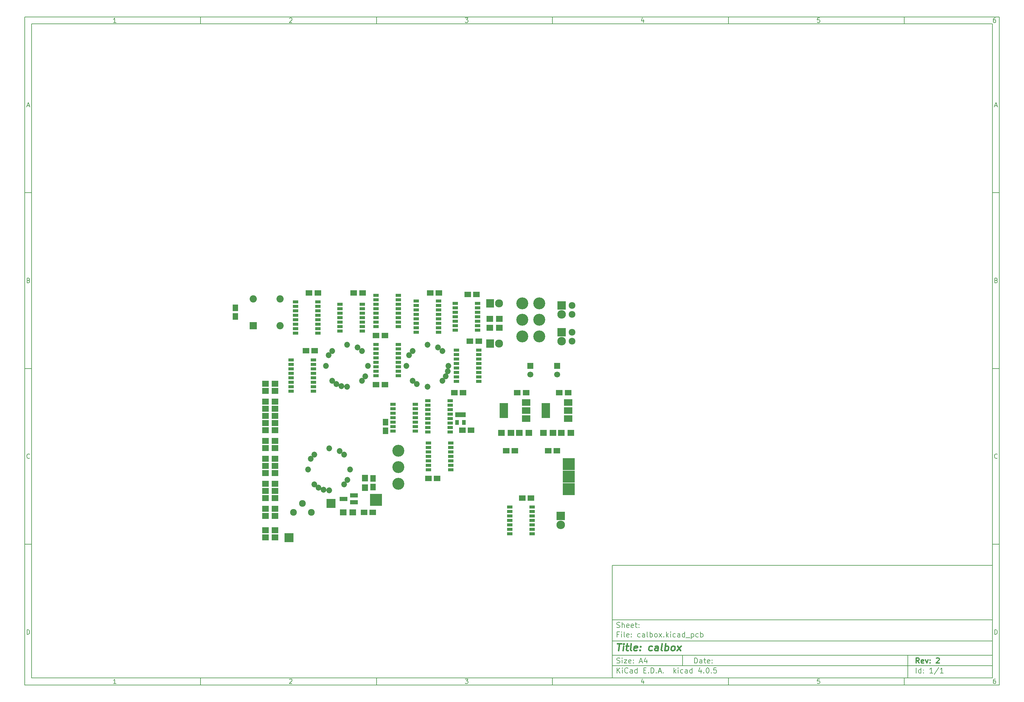
<source format=gbr>
G04 #@! TF.FileFunction,Soldermask,Top*
%FSLAX46Y46*%
G04 Gerber Fmt 4.6, Leading zero omitted, Abs format (unit mm)*
G04 Created by KiCad (PCBNEW 4.0.5) date Monday, May 22, 2017 'PMt' 09:48:53 PM*
%MOMM*%
%LPD*%
G01*
G04 APERTURE LIST*
%ADD10C,0.100000*%
%ADD11C,0.150000*%
%ADD12C,0.300000*%
%ADD13C,0.400000*%
%ADD14C,1.924000*%
%ADD15R,1.900000X1.700000*%
%ADD16R,3.400000X3.400000*%
%ADD17R,1.900000X1.650000*%
%ADD18C,1.700000*%
%ADD19R,1.700000X1.700000*%
%ADD20R,1.650000X1.900000*%
%ADD21R,2.635200X2.635200*%
%ADD22R,2.432000X2.432000*%
%ADD23O,2.432000X2.432000*%
%ADD24R,2.051000X2.051000*%
%ADD25C,2.051000*%
%ADD26R,2.400000X4.200000*%
%ADD27R,2.400000X1.900000*%
%ADD28R,1.543000X0.908000*%
%ADD29R,1.700000X1.900000*%
%ADD30R,2.300000X1.200000*%
%ADD31R,2.300000X2.400000*%
%ADD32C,2.300000*%
%ADD33O,1.670000X1.670000*%
%ADD34C,3.400000*%
%ADD35R,1.050000X1.460000*%
%ADD36O,1.924000X1.924000*%
G04 APERTURE END LIST*
D10*
D11*
X177002200Y-166007200D02*
X177002200Y-198007200D01*
X285002200Y-198007200D01*
X285002200Y-166007200D01*
X177002200Y-166007200D01*
D10*
D11*
X10000000Y-10000000D02*
X10000000Y-200007200D01*
X287002200Y-200007200D01*
X287002200Y-10000000D01*
X10000000Y-10000000D01*
D10*
D11*
X12000000Y-12000000D02*
X12000000Y-198007200D01*
X285002200Y-198007200D01*
X285002200Y-12000000D01*
X12000000Y-12000000D01*
D10*
D11*
X60000000Y-12000000D02*
X60000000Y-10000000D01*
D10*
D11*
X110000000Y-12000000D02*
X110000000Y-10000000D01*
D10*
D11*
X160000000Y-12000000D02*
X160000000Y-10000000D01*
D10*
D11*
X210000000Y-12000000D02*
X210000000Y-10000000D01*
D10*
D11*
X260000000Y-12000000D02*
X260000000Y-10000000D01*
D10*
D11*
X35990476Y-11588095D02*
X35247619Y-11588095D01*
X35619048Y-11588095D02*
X35619048Y-10288095D01*
X35495238Y-10473810D01*
X35371429Y-10597619D01*
X35247619Y-10659524D01*
D10*
D11*
X85247619Y-10411905D02*
X85309524Y-10350000D01*
X85433333Y-10288095D01*
X85742857Y-10288095D01*
X85866667Y-10350000D01*
X85928571Y-10411905D01*
X85990476Y-10535714D01*
X85990476Y-10659524D01*
X85928571Y-10845238D01*
X85185714Y-11588095D01*
X85990476Y-11588095D01*
D10*
D11*
X135185714Y-10288095D02*
X135990476Y-10288095D01*
X135557143Y-10783333D01*
X135742857Y-10783333D01*
X135866667Y-10845238D01*
X135928571Y-10907143D01*
X135990476Y-11030952D01*
X135990476Y-11340476D01*
X135928571Y-11464286D01*
X135866667Y-11526190D01*
X135742857Y-11588095D01*
X135371429Y-11588095D01*
X135247619Y-11526190D01*
X135185714Y-11464286D01*
D10*
D11*
X185866667Y-10721429D02*
X185866667Y-11588095D01*
X185557143Y-10226190D02*
X185247619Y-11154762D01*
X186052381Y-11154762D01*
D10*
D11*
X235928571Y-10288095D02*
X235309524Y-10288095D01*
X235247619Y-10907143D01*
X235309524Y-10845238D01*
X235433333Y-10783333D01*
X235742857Y-10783333D01*
X235866667Y-10845238D01*
X235928571Y-10907143D01*
X235990476Y-11030952D01*
X235990476Y-11340476D01*
X235928571Y-11464286D01*
X235866667Y-11526190D01*
X235742857Y-11588095D01*
X235433333Y-11588095D01*
X235309524Y-11526190D01*
X235247619Y-11464286D01*
D10*
D11*
X285866667Y-10288095D02*
X285619048Y-10288095D01*
X285495238Y-10350000D01*
X285433333Y-10411905D01*
X285309524Y-10597619D01*
X285247619Y-10845238D01*
X285247619Y-11340476D01*
X285309524Y-11464286D01*
X285371429Y-11526190D01*
X285495238Y-11588095D01*
X285742857Y-11588095D01*
X285866667Y-11526190D01*
X285928571Y-11464286D01*
X285990476Y-11340476D01*
X285990476Y-11030952D01*
X285928571Y-10907143D01*
X285866667Y-10845238D01*
X285742857Y-10783333D01*
X285495238Y-10783333D01*
X285371429Y-10845238D01*
X285309524Y-10907143D01*
X285247619Y-11030952D01*
D10*
D11*
X60000000Y-198007200D02*
X60000000Y-200007200D01*
D10*
D11*
X110000000Y-198007200D02*
X110000000Y-200007200D01*
D10*
D11*
X160000000Y-198007200D02*
X160000000Y-200007200D01*
D10*
D11*
X210000000Y-198007200D02*
X210000000Y-200007200D01*
D10*
D11*
X260000000Y-198007200D02*
X260000000Y-200007200D01*
D10*
D11*
X35990476Y-199595295D02*
X35247619Y-199595295D01*
X35619048Y-199595295D02*
X35619048Y-198295295D01*
X35495238Y-198481010D01*
X35371429Y-198604819D01*
X35247619Y-198666724D01*
D10*
D11*
X85247619Y-198419105D02*
X85309524Y-198357200D01*
X85433333Y-198295295D01*
X85742857Y-198295295D01*
X85866667Y-198357200D01*
X85928571Y-198419105D01*
X85990476Y-198542914D01*
X85990476Y-198666724D01*
X85928571Y-198852438D01*
X85185714Y-199595295D01*
X85990476Y-199595295D01*
D10*
D11*
X135185714Y-198295295D02*
X135990476Y-198295295D01*
X135557143Y-198790533D01*
X135742857Y-198790533D01*
X135866667Y-198852438D01*
X135928571Y-198914343D01*
X135990476Y-199038152D01*
X135990476Y-199347676D01*
X135928571Y-199471486D01*
X135866667Y-199533390D01*
X135742857Y-199595295D01*
X135371429Y-199595295D01*
X135247619Y-199533390D01*
X135185714Y-199471486D01*
D10*
D11*
X185866667Y-198728629D02*
X185866667Y-199595295D01*
X185557143Y-198233390D02*
X185247619Y-199161962D01*
X186052381Y-199161962D01*
D10*
D11*
X235928571Y-198295295D02*
X235309524Y-198295295D01*
X235247619Y-198914343D01*
X235309524Y-198852438D01*
X235433333Y-198790533D01*
X235742857Y-198790533D01*
X235866667Y-198852438D01*
X235928571Y-198914343D01*
X235990476Y-199038152D01*
X235990476Y-199347676D01*
X235928571Y-199471486D01*
X235866667Y-199533390D01*
X235742857Y-199595295D01*
X235433333Y-199595295D01*
X235309524Y-199533390D01*
X235247619Y-199471486D01*
D10*
D11*
X285866667Y-198295295D02*
X285619048Y-198295295D01*
X285495238Y-198357200D01*
X285433333Y-198419105D01*
X285309524Y-198604819D01*
X285247619Y-198852438D01*
X285247619Y-199347676D01*
X285309524Y-199471486D01*
X285371429Y-199533390D01*
X285495238Y-199595295D01*
X285742857Y-199595295D01*
X285866667Y-199533390D01*
X285928571Y-199471486D01*
X285990476Y-199347676D01*
X285990476Y-199038152D01*
X285928571Y-198914343D01*
X285866667Y-198852438D01*
X285742857Y-198790533D01*
X285495238Y-198790533D01*
X285371429Y-198852438D01*
X285309524Y-198914343D01*
X285247619Y-199038152D01*
D10*
D11*
X10000000Y-60000000D02*
X12000000Y-60000000D01*
D10*
D11*
X10000000Y-110000000D02*
X12000000Y-110000000D01*
D10*
D11*
X10000000Y-160000000D02*
X12000000Y-160000000D01*
D10*
D11*
X10690476Y-35216667D02*
X11309524Y-35216667D01*
X10566667Y-35588095D02*
X11000000Y-34288095D01*
X11433333Y-35588095D01*
D10*
D11*
X11092857Y-84907143D02*
X11278571Y-84969048D01*
X11340476Y-85030952D01*
X11402381Y-85154762D01*
X11402381Y-85340476D01*
X11340476Y-85464286D01*
X11278571Y-85526190D01*
X11154762Y-85588095D01*
X10659524Y-85588095D01*
X10659524Y-84288095D01*
X11092857Y-84288095D01*
X11216667Y-84350000D01*
X11278571Y-84411905D01*
X11340476Y-84535714D01*
X11340476Y-84659524D01*
X11278571Y-84783333D01*
X11216667Y-84845238D01*
X11092857Y-84907143D01*
X10659524Y-84907143D01*
D10*
D11*
X11402381Y-135464286D02*
X11340476Y-135526190D01*
X11154762Y-135588095D01*
X11030952Y-135588095D01*
X10845238Y-135526190D01*
X10721429Y-135402381D01*
X10659524Y-135278571D01*
X10597619Y-135030952D01*
X10597619Y-134845238D01*
X10659524Y-134597619D01*
X10721429Y-134473810D01*
X10845238Y-134350000D01*
X11030952Y-134288095D01*
X11154762Y-134288095D01*
X11340476Y-134350000D01*
X11402381Y-134411905D01*
D10*
D11*
X10659524Y-185588095D02*
X10659524Y-184288095D01*
X10969048Y-184288095D01*
X11154762Y-184350000D01*
X11278571Y-184473810D01*
X11340476Y-184597619D01*
X11402381Y-184845238D01*
X11402381Y-185030952D01*
X11340476Y-185278571D01*
X11278571Y-185402381D01*
X11154762Y-185526190D01*
X10969048Y-185588095D01*
X10659524Y-185588095D01*
D10*
D11*
X287002200Y-60000000D02*
X285002200Y-60000000D01*
D10*
D11*
X287002200Y-110000000D02*
X285002200Y-110000000D01*
D10*
D11*
X287002200Y-160000000D02*
X285002200Y-160000000D01*
D10*
D11*
X285692676Y-35216667D02*
X286311724Y-35216667D01*
X285568867Y-35588095D02*
X286002200Y-34288095D01*
X286435533Y-35588095D01*
D10*
D11*
X286095057Y-84907143D02*
X286280771Y-84969048D01*
X286342676Y-85030952D01*
X286404581Y-85154762D01*
X286404581Y-85340476D01*
X286342676Y-85464286D01*
X286280771Y-85526190D01*
X286156962Y-85588095D01*
X285661724Y-85588095D01*
X285661724Y-84288095D01*
X286095057Y-84288095D01*
X286218867Y-84350000D01*
X286280771Y-84411905D01*
X286342676Y-84535714D01*
X286342676Y-84659524D01*
X286280771Y-84783333D01*
X286218867Y-84845238D01*
X286095057Y-84907143D01*
X285661724Y-84907143D01*
D10*
D11*
X286404581Y-135464286D02*
X286342676Y-135526190D01*
X286156962Y-135588095D01*
X286033152Y-135588095D01*
X285847438Y-135526190D01*
X285723629Y-135402381D01*
X285661724Y-135278571D01*
X285599819Y-135030952D01*
X285599819Y-134845238D01*
X285661724Y-134597619D01*
X285723629Y-134473810D01*
X285847438Y-134350000D01*
X286033152Y-134288095D01*
X286156962Y-134288095D01*
X286342676Y-134350000D01*
X286404581Y-134411905D01*
D10*
D11*
X285661724Y-185588095D02*
X285661724Y-184288095D01*
X285971248Y-184288095D01*
X286156962Y-184350000D01*
X286280771Y-184473810D01*
X286342676Y-184597619D01*
X286404581Y-184845238D01*
X286404581Y-185030952D01*
X286342676Y-185278571D01*
X286280771Y-185402381D01*
X286156962Y-185526190D01*
X285971248Y-185588095D01*
X285661724Y-185588095D01*
D10*
D11*
X200359343Y-193785771D02*
X200359343Y-192285771D01*
X200716486Y-192285771D01*
X200930771Y-192357200D01*
X201073629Y-192500057D01*
X201145057Y-192642914D01*
X201216486Y-192928629D01*
X201216486Y-193142914D01*
X201145057Y-193428629D01*
X201073629Y-193571486D01*
X200930771Y-193714343D01*
X200716486Y-193785771D01*
X200359343Y-193785771D01*
X202502200Y-193785771D02*
X202502200Y-193000057D01*
X202430771Y-192857200D01*
X202287914Y-192785771D01*
X202002200Y-192785771D01*
X201859343Y-192857200D01*
X202502200Y-193714343D02*
X202359343Y-193785771D01*
X202002200Y-193785771D01*
X201859343Y-193714343D01*
X201787914Y-193571486D01*
X201787914Y-193428629D01*
X201859343Y-193285771D01*
X202002200Y-193214343D01*
X202359343Y-193214343D01*
X202502200Y-193142914D01*
X203002200Y-192785771D02*
X203573629Y-192785771D01*
X203216486Y-192285771D02*
X203216486Y-193571486D01*
X203287914Y-193714343D01*
X203430772Y-193785771D01*
X203573629Y-193785771D01*
X204645057Y-193714343D02*
X204502200Y-193785771D01*
X204216486Y-193785771D01*
X204073629Y-193714343D01*
X204002200Y-193571486D01*
X204002200Y-193000057D01*
X204073629Y-192857200D01*
X204216486Y-192785771D01*
X204502200Y-192785771D01*
X204645057Y-192857200D01*
X204716486Y-193000057D01*
X204716486Y-193142914D01*
X204002200Y-193285771D01*
X205359343Y-193642914D02*
X205430771Y-193714343D01*
X205359343Y-193785771D01*
X205287914Y-193714343D01*
X205359343Y-193642914D01*
X205359343Y-193785771D01*
X205359343Y-192857200D02*
X205430771Y-192928629D01*
X205359343Y-193000057D01*
X205287914Y-192928629D01*
X205359343Y-192857200D01*
X205359343Y-193000057D01*
D10*
D11*
X177002200Y-194507200D02*
X285002200Y-194507200D01*
D10*
D11*
X178359343Y-196585771D02*
X178359343Y-195085771D01*
X179216486Y-196585771D02*
X178573629Y-195728629D01*
X179216486Y-195085771D02*
X178359343Y-195942914D01*
X179859343Y-196585771D02*
X179859343Y-195585771D01*
X179859343Y-195085771D02*
X179787914Y-195157200D01*
X179859343Y-195228629D01*
X179930771Y-195157200D01*
X179859343Y-195085771D01*
X179859343Y-195228629D01*
X181430772Y-196442914D02*
X181359343Y-196514343D01*
X181145057Y-196585771D01*
X181002200Y-196585771D01*
X180787915Y-196514343D01*
X180645057Y-196371486D01*
X180573629Y-196228629D01*
X180502200Y-195942914D01*
X180502200Y-195728629D01*
X180573629Y-195442914D01*
X180645057Y-195300057D01*
X180787915Y-195157200D01*
X181002200Y-195085771D01*
X181145057Y-195085771D01*
X181359343Y-195157200D01*
X181430772Y-195228629D01*
X182716486Y-196585771D02*
X182716486Y-195800057D01*
X182645057Y-195657200D01*
X182502200Y-195585771D01*
X182216486Y-195585771D01*
X182073629Y-195657200D01*
X182716486Y-196514343D02*
X182573629Y-196585771D01*
X182216486Y-196585771D01*
X182073629Y-196514343D01*
X182002200Y-196371486D01*
X182002200Y-196228629D01*
X182073629Y-196085771D01*
X182216486Y-196014343D01*
X182573629Y-196014343D01*
X182716486Y-195942914D01*
X184073629Y-196585771D02*
X184073629Y-195085771D01*
X184073629Y-196514343D02*
X183930772Y-196585771D01*
X183645058Y-196585771D01*
X183502200Y-196514343D01*
X183430772Y-196442914D01*
X183359343Y-196300057D01*
X183359343Y-195871486D01*
X183430772Y-195728629D01*
X183502200Y-195657200D01*
X183645058Y-195585771D01*
X183930772Y-195585771D01*
X184073629Y-195657200D01*
X185930772Y-195800057D02*
X186430772Y-195800057D01*
X186645058Y-196585771D02*
X185930772Y-196585771D01*
X185930772Y-195085771D01*
X186645058Y-195085771D01*
X187287915Y-196442914D02*
X187359343Y-196514343D01*
X187287915Y-196585771D01*
X187216486Y-196514343D01*
X187287915Y-196442914D01*
X187287915Y-196585771D01*
X188002201Y-196585771D02*
X188002201Y-195085771D01*
X188359344Y-195085771D01*
X188573629Y-195157200D01*
X188716487Y-195300057D01*
X188787915Y-195442914D01*
X188859344Y-195728629D01*
X188859344Y-195942914D01*
X188787915Y-196228629D01*
X188716487Y-196371486D01*
X188573629Y-196514343D01*
X188359344Y-196585771D01*
X188002201Y-196585771D01*
X189502201Y-196442914D02*
X189573629Y-196514343D01*
X189502201Y-196585771D01*
X189430772Y-196514343D01*
X189502201Y-196442914D01*
X189502201Y-196585771D01*
X190145058Y-196157200D02*
X190859344Y-196157200D01*
X190002201Y-196585771D02*
X190502201Y-195085771D01*
X191002201Y-196585771D01*
X191502201Y-196442914D02*
X191573629Y-196514343D01*
X191502201Y-196585771D01*
X191430772Y-196514343D01*
X191502201Y-196442914D01*
X191502201Y-196585771D01*
X194502201Y-196585771D02*
X194502201Y-195085771D01*
X194645058Y-196014343D02*
X195073629Y-196585771D01*
X195073629Y-195585771D02*
X194502201Y-196157200D01*
X195716487Y-196585771D02*
X195716487Y-195585771D01*
X195716487Y-195085771D02*
X195645058Y-195157200D01*
X195716487Y-195228629D01*
X195787915Y-195157200D01*
X195716487Y-195085771D01*
X195716487Y-195228629D01*
X197073630Y-196514343D02*
X196930773Y-196585771D01*
X196645059Y-196585771D01*
X196502201Y-196514343D01*
X196430773Y-196442914D01*
X196359344Y-196300057D01*
X196359344Y-195871486D01*
X196430773Y-195728629D01*
X196502201Y-195657200D01*
X196645059Y-195585771D01*
X196930773Y-195585771D01*
X197073630Y-195657200D01*
X198359344Y-196585771D02*
X198359344Y-195800057D01*
X198287915Y-195657200D01*
X198145058Y-195585771D01*
X197859344Y-195585771D01*
X197716487Y-195657200D01*
X198359344Y-196514343D02*
X198216487Y-196585771D01*
X197859344Y-196585771D01*
X197716487Y-196514343D01*
X197645058Y-196371486D01*
X197645058Y-196228629D01*
X197716487Y-196085771D01*
X197859344Y-196014343D01*
X198216487Y-196014343D01*
X198359344Y-195942914D01*
X199716487Y-196585771D02*
X199716487Y-195085771D01*
X199716487Y-196514343D02*
X199573630Y-196585771D01*
X199287916Y-196585771D01*
X199145058Y-196514343D01*
X199073630Y-196442914D01*
X199002201Y-196300057D01*
X199002201Y-195871486D01*
X199073630Y-195728629D01*
X199145058Y-195657200D01*
X199287916Y-195585771D01*
X199573630Y-195585771D01*
X199716487Y-195657200D01*
X202216487Y-195585771D02*
X202216487Y-196585771D01*
X201859344Y-195014343D02*
X201502201Y-196085771D01*
X202430773Y-196085771D01*
X203002201Y-196442914D02*
X203073629Y-196514343D01*
X203002201Y-196585771D01*
X202930772Y-196514343D01*
X203002201Y-196442914D01*
X203002201Y-196585771D01*
X204002201Y-195085771D02*
X204145058Y-195085771D01*
X204287915Y-195157200D01*
X204359344Y-195228629D01*
X204430773Y-195371486D01*
X204502201Y-195657200D01*
X204502201Y-196014343D01*
X204430773Y-196300057D01*
X204359344Y-196442914D01*
X204287915Y-196514343D01*
X204145058Y-196585771D01*
X204002201Y-196585771D01*
X203859344Y-196514343D01*
X203787915Y-196442914D01*
X203716487Y-196300057D01*
X203645058Y-196014343D01*
X203645058Y-195657200D01*
X203716487Y-195371486D01*
X203787915Y-195228629D01*
X203859344Y-195157200D01*
X204002201Y-195085771D01*
X205145058Y-196442914D02*
X205216486Y-196514343D01*
X205145058Y-196585771D01*
X205073629Y-196514343D01*
X205145058Y-196442914D01*
X205145058Y-196585771D01*
X206573630Y-195085771D02*
X205859344Y-195085771D01*
X205787915Y-195800057D01*
X205859344Y-195728629D01*
X206002201Y-195657200D01*
X206359344Y-195657200D01*
X206502201Y-195728629D01*
X206573630Y-195800057D01*
X206645058Y-195942914D01*
X206645058Y-196300057D01*
X206573630Y-196442914D01*
X206502201Y-196514343D01*
X206359344Y-196585771D01*
X206002201Y-196585771D01*
X205859344Y-196514343D01*
X205787915Y-196442914D01*
D10*
D11*
X177002200Y-191507200D02*
X285002200Y-191507200D01*
D10*
D12*
X264216486Y-193785771D02*
X263716486Y-193071486D01*
X263359343Y-193785771D02*
X263359343Y-192285771D01*
X263930771Y-192285771D01*
X264073629Y-192357200D01*
X264145057Y-192428629D01*
X264216486Y-192571486D01*
X264216486Y-192785771D01*
X264145057Y-192928629D01*
X264073629Y-193000057D01*
X263930771Y-193071486D01*
X263359343Y-193071486D01*
X265430771Y-193714343D02*
X265287914Y-193785771D01*
X265002200Y-193785771D01*
X264859343Y-193714343D01*
X264787914Y-193571486D01*
X264787914Y-193000057D01*
X264859343Y-192857200D01*
X265002200Y-192785771D01*
X265287914Y-192785771D01*
X265430771Y-192857200D01*
X265502200Y-193000057D01*
X265502200Y-193142914D01*
X264787914Y-193285771D01*
X266002200Y-192785771D02*
X266359343Y-193785771D01*
X266716485Y-192785771D01*
X267287914Y-193642914D02*
X267359342Y-193714343D01*
X267287914Y-193785771D01*
X267216485Y-193714343D01*
X267287914Y-193642914D01*
X267287914Y-193785771D01*
X267287914Y-192857200D02*
X267359342Y-192928629D01*
X267287914Y-193000057D01*
X267216485Y-192928629D01*
X267287914Y-192857200D01*
X267287914Y-193000057D01*
X269073628Y-192428629D02*
X269145057Y-192357200D01*
X269287914Y-192285771D01*
X269645057Y-192285771D01*
X269787914Y-192357200D01*
X269859343Y-192428629D01*
X269930771Y-192571486D01*
X269930771Y-192714343D01*
X269859343Y-192928629D01*
X269002200Y-193785771D01*
X269930771Y-193785771D01*
D10*
D11*
X178287914Y-193714343D02*
X178502200Y-193785771D01*
X178859343Y-193785771D01*
X179002200Y-193714343D01*
X179073629Y-193642914D01*
X179145057Y-193500057D01*
X179145057Y-193357200D01*
X179073629Y-193214343D01*
X179002200Y-193142914D01*
X178859343Y-193071486D01*
X178573629Y-193000057D01*
X178430771Y-192928629D01*
X178359343Y-192857200D01*
X178287914Y-192714343D01*
X178287914Y-192571486D01*
X178359343Y-192428629D01*
X178430771Y-192357200D01*
X178573629Y-192285771D01*
X178930771Y-192285771D01*
X179145057Y-192357200D01*
X179787914Y-193785771D02*
X179787914Y-192785771D01*
X179787914Y-192285771D02*
X179716485Y-192357200D01*
X179787914Y-192428629D01*
X179859342Y-192357200D01*
X179787914Y-192285771D01*
X179787914Y-192428629D01*
X180359343Y-192785771D02*
X181145057Y-192785771D01*
X180359343Y-193785771D01*
X181145057Y-193785771D01*
X182287914Y-193714343D02*
X182145057Y-193785771D01*
X181859343Y-193785771D01*
X181716486Y-193714343D01*
X181645057Y-193571486D01*
X181645057Y-193000057D01*
X181716486Y-192857200D01*
X181859343Y-192785771D01*
X182145057Y-192785771D01*
X182287914Y-192857200D01*
X182359343Y-193000057D01*
X182359343Y-193142914D01*
X181645057Y-193285771D01*
X183002200Y-193642914D02*
X183073628Y-193714343D01*
X183002200Y-193785771D01*
X182930771Y-193714343D01*
X183002200Y-193642914D01*
X183002200Y-193785771D01*
X183002200Y-192857200D02*
X183073628Y-192928629D01*
X183002200Y-193000057D01*
X182930771Y-192928629D01*
X183002200Y-192857200D01*
X183002200Y-193000057D01*
X184787914Y-193357200D02*
X185502200Y-193357200D01*
X184645057Y-193785771D02*
X185145057Y-192285771D01*
X185645057Y-193785771D01*
X186787914Y-192785771D02*
X186787914Y-193785771D01*
X186430771Y-192214343D02*
X186073628Y-193285771D01*
X187002200Y-193285771D01*
D10*
D11*
X263359343Y-196585771D02*
X263359343Y-195085771D01*
X264716486Y-196585771D02*
X264716486Y-195085771D01*
X264716486Y-196514343D02*
X264573629Y-196585771D01*
X264287915Y-196585771D01*
X264145057Y-196514343D01*
X264073629Y-196442914D01*
X264002200Y-196300057D01*
X264002200Y-195871486D01*
X264073629Y-195728629D01*
X264145057Y-195657200D01*
X264287915Y-195585771D01*
X264573629Y-195585771D01*
X264716486Y-195657200D01*
X265430772Y-196442914D02*
X265502200Y-196514343D01*
X265430772Y-196585771D01*
X265359343Y-196514343D01*
X265430772Y-196442914D01*
X265430772Y-196585771D01*
X265430772Y-195657200D02*
X265502200Y-195728629D01*
X265430772Y-195800057D01*
X265359343Y-195728629D01*
X265430772Y-195657200D01*
X265430772Y-195800057D01*
X268073629Y-196585771D02*
X267216486Y-196585771D01*
X267645058Y-196585771D02*
X267645058Y-195085771D01*
X267502201Y-195300057D01*
X267359343Y-195442914D01*
X267216486Y-195514343D01*
X269787914Y-195014343D02*
X268502200Y-196942914D01*
X271073629Y-196585771D02*
X270216486Y-196585771D01*
X270645058Y-196585771D02*
X270645058Y-195085771D01*
X270502201Y-195300057D01*
X270359343Y-195442914D01*
X270216486Y-195514343D01*
D10*
D11*
X177002200Y-187507200D02*
X285002200Y-187507200D01*
D10*
D13*
X178454581Y-188211962D02*
X179597438Y-188211962D01*
X178776010Y-190211962D02*
X179026010Y-188211962D01*
X180014105Y-190211962D02*
X180180771Y-188878629D01*
X180264105Y-188211962D02*
X180156962Y-188307200D01*
X180240295Y-188402438D01*
X180347439Y-188307200D01*
X180264105Y-188211962D01*
X180240295Y-188402438D01*
X180847438Y-188878629D02*
X181609343Y-188878629D01*
X181216486Y-188211962D02*
X181002200Y-189926248D01*
X181073630Y-190116724D01*
X181252201Y-190211962D01*
X181442677Y-190211962D01*
X182395058Y-190211962D02*
X182216487Y-190116724D01*
X182145057Y-189926248D01*
X182359343Y-188211962D01*
X183930772Y-190116724D02*
X183728391Y-190211962D01*
X183347439Y-190211962D01*
X183168867Y-190116724D01*
X183097438Y-189926248D01*
X183192676Y-189164343D01*
X183311724Y-188973867D01*
X183514105Y-188878629D01*
X183895057Y-188878629D01*
X184073629Y-188973867D01*
X184145057Y-189164343D01*
X184121248Y-189354819D01*
X183145057Y-189545295D01*
X184895057Y-190021486D02*
X184978392Y-190116724D01*
X184871248Y-190211962D01*
X184787915Y-190116724D01*
X184895057Y-190021486D01*
X184871248Y-190211962D01*
X185026010Y-188973867D02*
X185109344Y-189069105D01*
X185002200Y-189164343D01*
X184918867Y-189069105D01*
X185026010Y-188973867D01*
X185002200Y-189164343D01*
X188216487Y-190116724D02*
X188014106Y-190211962D01*
X187633154Y-190211962D01*
X187454583Y-190116724D01*
X187371248Y-190021486D01*
X187299820Y-189831010D01*
X187371248Y-189259581D01*
X187490296Y-189069105D01*
X187597440Y-188973867D01*
X187799820Y-188878629D01*
X188180772Y-188878629D01*
X188359344Y-188973867D01*
X189918868Y-190211962D02*
X190049820Y-189164343D01*
X189978392Y-188973867D01*
X189799820Y-188878629D01*
X189418868Y-188878629D01*
X189216487Y-188973867D01*
X189930773Y-190116724D02*
X189728392Y-190211962D01*
X189252202Y-190211962D01*
X189073630Y-190116724D01*
X189002201Y-189926248D01*
X189026011Y-189735771D01*
X189145058Y-189545295D01*
X189347440Y-189450057D01*
X189823630Y-189450057D01*
X190026011Y-189354819D01*
X191156964Y-190211962D02*
X190978393Y-190116724D01*
X190906963Y-189926248D01*
X191121249Y-188211962D01*
X191918868Y-190211962D02*
X192168868Y-188211962D01*
X192073630Y-188973867D02*
X192276011Y-188878629D01*
X192656963Y-188878629D01*
X192835535Y-188973867D01*
X192918868Y-189069105D01*
X192990296Y-189259581D01*
X192918868Y-189831010D01*
X192799820Y-190021486D01*
X192692678Y-190116724D01*
X192490297Y-190211962D01*
X192109345Y-190211962D01*
X191930773Y-190116724D01*
X194014107Y-190211962D02*
X193835536Y-190116724D01*
X193752201Y-190021486D01*
X193680773Y-189831010D01*
X193752201Y-189259581D01*
X193871249Y-189069105D01*
X193978393Y-188973867D01*
X194180773Y-188878629D01*
X194466487Y-188878629D01*
X194645059Y-188973867D01*
X194728392Y-189069105D01*
X194799820Y-189259581D01*
X194728392Y-189831010D01*
X194609344Y-190021486D01*
X194502202Y-190116724D01*
X194299821Y-190211962D01*
X194014107Y-190211962D01*
X195347440Y-190211962D02*
X196561725Y-188878629D01*
X195514106Y-188878629D02*
X196395059Y-190211962D01*
D10*
D11*
X178859343Y-185600057D02*
X178359343Y-185600057D01*
X178359343Y-186385771D02*
X178359343Y-184885771D01*
X179073629Y-184885771D01*
X179645057Y-186385771D02*
X179645057Y-185385771D01*
X179645057Y-184885771D02*
X179573628Y-184957200D01*
X179645057Y-185028629D01*
X179716485Y-184957200D01*
X179645057Y-184885771D01*
X179645057Y-185028629D01*
X180573629Y-186385771D02*
X180430771Y-186314343D01*
X180359343Y-186171486D01*
X180359343Y-184885771D01*
X181716485Y-186314343D02*
X181573628Y-186385771D01*
X181287914Y-186385771D01*
X181145057Y-186314343D01*
X181073628Y-186171486D01*
X181073628Y-185600057D01*
X181145057Y-185457200D01*
X181287914Y-185385771D01*
X181573628Y-185385771D01*
X181716485Y-185457200D01*
X181787914Y-185600057D01*
X181787914Y-185742914D01*
X181073628Y-185885771D01*
X182430771Y-186242914D02*
X182502199Y-186314343D01*
X182430771Y-186385771D01*
X182359342Y-186314343D01*
X182430771Y-186242914D01*
X182430771Y-186385771D01*
X182430771Y-185457200D02*
X182502199Y-185528629D01*
X182430771Y-185600057D01*
X182359342Y-185528629D01*
X182430771Y-185457200D01*
X182430771Y-185600057D01*
X184930771Y-186314343D02*
X184787914Y-186385771D01*
X184502200Y-186385771D01*
X184359342Y-186314343D01*
X184287914Y-186242914D01*
X184216485Y-186100057D01*
X184216485Y-185671486D01*
X184287914Y-185528629D01*
X184359342Y-185457200D01*
X184502200Y-185385771D01*
X184787914Y-185385771D01*
X184930771Y-185457200D01*
X186216485Y-186385771D02*
X186216485Y-185600057D01*
X186145056Y-185457200D01*
X186002199Y-185385771D01*
X185716485Y-185385771D01*
X185573628Y-185457200D01*
X186216485Y-186314343D02*
X186073628Y-186385771D01*
X185716485Y-186385771D01*
X185573628Y-186314343D01*
X185502199Y-186171486D01*
X185502199Y-186028629D01*
X185573628Y-185885771D01*
X185716485Y-185814343D01*
X186073628Y-185814343D01*
X186216485Y-185742914D01*
X187145057Y-186385771D02*
X187002199Y-186314343D01*
X186930771Y-186171486D01*
X186930771Y-184885771D01*
X187716485Y-186385771D02*
X187716485Y-184885771D01*
X187716485Y-185457200D02*
X187859342Y-185385771D01*
X188145056Y-185385771D01*
X188287913Y-185457200D01*
X188359342Y-185528629D01*
X188430771Y-185671486D01*
X188430771Y-186100057D01*
X188359342Y-186242914D01*
X188287913Y-186314343D01*
X188145056Y-186385771D01*
X187859342Y-186385771D01*
X187716485Y-186314343D01*
X189287914Y-186385771D02*
X189145056Y-186314343D01*
X189073628Y-186242914D01*
X189002199Y-186100057D01*
X189002199Y-185671486D01*
X189073628Y-185528629D01*
X189145056Y-185457200D01*
X189287914Y-185385771D01*
X189502199Y-185385771D01*
X189645056Y-185457200D01*
X189716485Y-185528629D01*
X189787914Y-185671486D01*
X189787914Y-186100057D01*
X189716485Y-186242914D01*
X189645056Y-186314343D01*
X189502199Y-186385771D01*
X189287914Y-186385771D01*
X190287914Y-186385771D02*
X191073628Y-185385771D01*
X190287914Y-185385771D02*
X191073628Y-186385771D01*
X191645057Y-186242914D02*
X191716485Y-186314343D01*
X191645057Y-186385771D01*
X191573628Y-186314343D01*
X191645057Y-186242914D01*
X191645057Y-186385771D01*
X192359343Y-186385771D02*
X192359343Y-184885771D01*
X192502200Y-185814343D02*
X192930771Y-186385771D01*
X192930771Y-185385771D02*
X192359343Y-185957200D01*
X193573629Y-186385771D02*
X193573629Y-185385771D01*
X193573629Y-184885771D02*
X193502200Y-184957200D01*
X193573629Y-185028629D01*
X193645057Y-184957200D01*
X193573629Y-184885771D01*
X193573629Y-185028629D01*
X194930772Y-186314343D02*
X194787915Y-186385771D01*
X194502201Y-186385771D01*
X194359343Y-186314343D01*
X194287915Y-186242914D01*
X194216486Y-186100057D01*
X194216486Y-185671486D01*
X194287915Y-185528629D01*
X194359343Y-185457200D01*
X194502201Y-185385771D01*
X194787915Y-185385771D01*
X194930772Y-185457200D01*
X196216486Y-186385771D02*
X196216486Y-185600057D01*
X196145057Y-185457200D01*
X196002200Y-185385771D01*
X195716486Y-185385771D01*
X195573629Y-185457200D01*
X196216486Y-186314343D02*
X196073629Y-186385771D01*
X195716486Y-186385771D01*
X195573629Y-186314343D01*
X195502200Y-186171486D01*
X195502200Y-186028629D01*
X195573629Y-185885771D01*
X195716486Y-185814343D01*
X196073629Y-185814343D01*
X196216486Y-185742914D01*
X197573629Y-186385771D02*
X197573629Y-184885771D01*
X197573629Y-186314343D02*
X197430772Y-186385771D01*
X197145058Y-186385771D01*
X197002200Y-186314343D01*
X196930772Y-186242914D01*
X196859343Y-186100057D01*
X196859343Y-185671486D01*
X196930772Y-185528629D01*
X197002200Y-185457200D01*
X197145058Y-185385771D01*
X197430772Y-185385771D01*
X197573629Y-185457200D01*
X197930772Y-186528629D02*
X199073629Y-186528629D01*
X199430772Y-185385771D02*
X199430772Y-186885771D01*
X199430772Y-185457200D02*
X199573629Y-185385771D01*
X199859343Y-185385771D01*
X200002200Y-185457200D01*
X200073629Y-185528629D01*
X200145058Y-185671486D01*
X200145058Y-186100057D01*
X200073629Y-186242914D01*
X200002200Y-186314343D01*
X199859343Y-186385771D01*
X199573629Y-186385771D01*
X199430772Y-186314343D01*
X201430772Y-186314343D02*
X201287915Y-186385771D01*
X201002201Y-186385771D01*
X200859343Y-186314343D01*
X200787915Y-186242914D01*
X200716486Y-186100057D01*
X200716486Y-185671486D01*
X200787915Y-185528629D01*
X200859343Y-185457200D01*
X201002201Y-185385771D01*
X201287915Y-185385771D01*
X201430772Y-185457200D01*
X202073629Y-186385771D02*
X202073629Y-184885771D01*
X202073629Y-185457200D02*
X202216486Y-185385771D01*
X202502200Y-185385771D01*
X202645057Y-185457200D01*
X202716486Y-185528629D01*
X202787915Y-185671486D01*
X202787915Y-186100057D01*
X202716486Y-186242914D01*
X202645057Y-186314343D01*
X202502200Y-186385771D01*
X202216486Y-186385771D01*
X202073629Y-186314343D01*
D10*
D11*
X177002200Y-181507200D02*
X285002200Y-181507200D01*
D10*
D11*
X178287914Y-183614343D02*
X178502200Y-183685771D01*
X178859343Y-183685771D01*
X179002200Y-183614343D01*
X179073629Y-183542914D01*
X179145057Y-183400057D01*
X179145057Y-183257200D01*
X179073629Y-183114343D01*
X179002200Y-183042914D01*
X178859343Y-182971486D01*
X178573629Y-182900057D01*
X178430771Y-182828629D01*
X178359343Y-182757200D01*
X178287914Y-182614343D01*
X178287914Y-182471486D01*
X178359343Y-182328629D01*
X178430771Y-182257200D01*
X178573629Y-182185771D01*
X178930771Y-182185771D01*
X179145057Y-182257200D01*
X179787914Y-183685771D02*
X179787914Y-182185771D01*
X180430771Y-183685771D02*
X180430771Y-182900057D01*
X180359342Y-182757200D01*
X180216485Y-182685771D01*
X180002200Y-182685771D01*
X179859342Y-182757200D01*
X179787914Y-182828629D01*
X181716485Y-183614343D02*
X181573628Y-183685771D01*
X181287914Y-183685771D01*
X181145057Y-183614343D01*
X181073628Y-183471486D01*
X181073628Y-182900057D01*
X181145057Y-182757200D01*
X181287914Y-182685771D01*
X181573628Y-182685771D01*
X181716485Y-182757200D01*
X181787914Y-182900057D01*
X181787914Y-183042914D01*
X181073628Y-183185771D01*
X183002199Y-183614343D02*
X182859342Y-183685771D01*
X182573628Y-183685771D01*
X182430771Y-183614343D01*
X182359342Y-183471486D01*
X182359342Y-182900057D01*
X182430771Y-182757200D01*
X182573628Y-182685771D01*
X182859342Y-182685771D01*
X183002199Y-182757200D01*
X183073628Y-182900057D01*
X183073628Y-183042914D01*
X182359342Y-183185771D01*
X183502199Y-182685771D02*
X184073628Y-182685771D01*
X183716485Y-182185771D02*
X183716485Y-183471486D01*
X183787913Y-183614343D01*
X183930771Y-183685771D01*
X184073628Y-183685771D01*
X184573628Y-183542914D02*
X184645056Y-183614343D01*
X184573628Y-183685771D01*
X184502199Y-183614343D01*
X184573628Y-183542914D01*
X184573628Y-183685771D01*
X184573628Y-182757200D02*
X184645056Y-182828629D01*
X184573628Y-182900057D01*
X184502199Y-182828629D01*
X184573628Y-182757200D01*
X184573628Y-182900057D01*
D10*
D11*
X197002200Y-191507200D02*
X197002200Y-194507200D01*
D10*
D11*
X261002200Y-191507200D02*
X261002200Y-198007200D01*
D14*
X91440000Y-150876000D03*
X88900000Y-148336000D03*
X86360000Y-150876000D03*
D15*
X78406000Y-116332000D03*
X81106000Y-116332000D03*
X81106000Y-119380000D03*
X78406000Y-119380000D03*
X78406000Y-121412000D03*
X81106000Y-121412000D03*
X78406000Y-127508000D03*
X81106000Y-127508000D03*
X81106000Y-137668000D03*
X78406000Y-137668000D03*
X78406000Y-146812000D03*
X81106000Y-146812000D03*
X81106000Y-157988000D03*
X78406000Y-157988000D03*
D16*
X164592000Y-140716000D03*
X164592000Y-137160000D03*
X164592000Y-144272000D03*
X109855000Y-147320000D03*
D17*
X106446000Y-150876000D03*
X108946000Y-150876000D03*
D18*
X161290000Y-111720000D03*
D19*
X161290000Y-109220000D03*
D20*
X69850000Y-92730000D03*
X69850000Y-95230000D03*
D17*
X146832000Y-133350000D03*
X149332000Y-133350000D03*
X158770000Y-133350000D03*
X161270000Y-133350000D03*
X152507000Y-116840000D03*
X150007000Y-116840000D03*
X164445000Y-116840000D03*
X161945000Y-116840000D03*
X153904000Y-146812000D03*
X151404000Y-146812000D03*
D20*
X112522000Y-127742000D03*
X112522000Y-125242000D03*
D17*
X132100000Y-116840000D03*
X134600000Y-116840000D03*
X124734000Y-141224000D03*
X127234000Y-141224000D03*
X138410000Y-88900000D03*
X135910000Y-88900000D03*
X139045000Y-102235000D03*
X136545000Y-102235000D03*
X127742000Y-88519000D03*
X125242000Y-88519000D03*
X106025000Y-88519000D03*
X103525000Y-88519000D03*
X109875000Y-100584000D03*
X112375000Y-100584000D03*
X109875000Y-114554000D03*
X112375000Y-114554000D03*
X92436000Y-104902000D03*
X89936000Y-104902000D03*
X93325000Y-88519000D03*
X90825000Y-88519000D03*
D21*
X85090000Y-158115000D03*
X97028000Y-148336000D03*
D22*
X162306000Y-151892000D03*
D23*
X162306000Y-154432000D03*
D24*
X74930000Y-97790000D03*
D25*
X74930000Y-90170000D03*
X82550000Y-90170000D03*
X82550000Y-97790000D03*
D26*
X146202000Y-121920000D03*
D27*
X152502000Y-121920000D03*
X152502000Y-119620000D03*
X152502000Y-124220000D03*
D26*
X158140000Y-121920000D03*
D27*
X164440000Y-121920000D03*
X164440000Y-119620000D03*
X164440000Y-124220000D03*
D28*
X147828000Y-149352000D03*
X147828000Y-150622000D03*
X147828000Y-151892000D03*
X147828000Y-153162000D03*
X147828000Y-154432000D03*
X147828000Y-155702000D03*
X147828000Y-156972000D03*
X154178000Y-156972000D03*
X154178000Y-155702000D03*
X154178000Y-153162000D03*
X154178000Y-151892000D03*
X154178000Y-150622000D03*
X154178000Y-149352000D03*
X154178000Y-154432000D03*
X121031000Y-127762000D03*
X121031000Y-126492000D03*
X121031000Y-125222000D03*
X121031000Y-123952000D03*
X121031000Y-122682000D03*
X121031000Y-121412000D03*
X121031000Y-120142000D03*
X114681000Y-120142000D03*
X114681000Y-121412000D03*
X114681000Y-123952000D03*
X114681000Y-125222000D03*
X114681000Y-126492000D03*
X114681000Y-127762000D03*
X114681000Y-122682000D03*
X130937000Y-119126000D03*
X130937000Y-121666000D03*
X130937000Y-122936000D03*
X130937000Y-124206000D03*
X130937000Y-125476000D03*
X130937000Y-126746000D03*
X130937000Y-128016000D03*
X124587000Y-128016000D03*
X124587000Y-126746000D03*
X124587000Y-125476000D03*
X124587000Y-124206000D03*
X124587000Y-122936000D03*
X124587000Y-121666000D03*
X124587000Y-120396000D03*
X124587000Y-119126000D03*
X130937000Y-120396000D03*
X131064000Y-138811000D03*
X131064000Y-137541000D03*
X131064000Y-136271000D03*
X131064000Y-135001000D03*
X131064000Y-133731000D03*
X131064000Y-132461000D03*
X131064000Y-131191000D03*
X124714000Y-131191000D03*
X124714000Y-132461000D03*
X124714000Y-135001000D03*
X124714000Y-136271000D03*
X124714000Y-137541000D03*
X124714000Y-138811000D03*
X124714000Y-133731000D03*
X132334000Y-91440000D03*
X132334000Y-92710000D03*
X132334000Y-93980000D03*
X132334000Y-95250000D03*
X132334000Y-96520000D03*
X132334000Y-97790000D03*
X132334000Y-99060000D03*
X138684000Y-99060000D03*
X138684000Y-97790000D03*
X138684000Y-95250000D03*
X138684000Y-93980000D03*
X138684000Y-92710000D03*
X138684000Y-91440000D03*
X138684000Y-96520000D03*
X127635000Y-90805000D03*
X127635000Y-93345000D03*
X127635000Y-94615000D03*
X127635000Y-95885000D03*
X127635000Y-97155000D03*
X127635000Y-98425000D03*
X127635000Y-99695000D03*
X121285000Y-99695000D03*
X121285000Y-98425000D03*
X121285000Y-97155000D03*
X121285000Y-95885000D03*
X121285000Y-94615000D03*
X121285000Y-93345000D03*
X121285000Y-92075000D03*
X121285000Y-90805000D03*
X127635000Y-92075000D03*
X99568000Y-91694000D03*
X99568000Y-92964000D03*
X99568000Y-94234000D03*
X99568000Y-95504000D03*
X99568000Y-96774000D03*
X99568000Y-98044000D03*
X99568000Y-99314000D03*
X105918000Y-99314000D03*
X105918000Y-98044000D03*
X105918000Y-95504000D03*
X105918000Y-94234000D03*
X105918000Y-92964000D03*
X105918000Y-91694000D03*
X105918000Y-96774000D03*
X109855000Y-98044000D03*
X109855000Y-95504000D03*
X109855000Y-94234000D03*
X109855000Y-92964000D03*
X109855000Y-91694000D03*
X109855000Y-90424000D03*
X109855000Y-89154000D03*
X116205000Y-89154000D03*
X116205000Y-90424000D03*
X116205000Y-91694000D03*
X116205000Y-92964000D03*
X116205000Y-94234000D03*
X116205000Y-95504000D03*
X116205000Y-96774000D03*
X116205000Y-98044000D03*
X109855000Y-96774000D03*
X109855000Y-112014000D03*
X109855000Y-109474000D03*
X109855000Y-108204000D03*
X109855000Y-106934000D03*
X109855000Y-105664000D03*
X109855000Y-104394000D03*
X109855000Y-103124000D03*
X116205000Y-103124000D03*
X116205000Y-104394000D03*
X116205000Y-105664000D03*
X116205000Y-106934000D03*
X116205000Y-108204000D03*
X116205000Y-109474000D03*
X116205000Y-110744000D03*
X116205000Y-112014000D03*
X109855000Y-110744000D03*
X92075000Y-107569000D03*
X92075000Y-110109000D03*
X92075000Y-111379000D03*
X92075000Y-112649000D03*
X92075000Y-113919000D03*
X92075000Y-115189000D03*
X92075000Y-116459000D03*
X85725000Y-116459000D03*
X85725000Y-115189000D03*
X85725000Y-113919000D03*
X85725000Y-112649000D03*
X85725000Y-111379000D03*
X85725000Y-110109000D03*
X85725000Y-108839000D03*
X85725000Y-107569000D03*
X92075000Y-108839000D03*
X93345000Y-91059000D03*
X93345000Y-93599000D03*
X93345000Y-94869000D03*
X93345000Y-96139000D03*
X93345000Y-97409000D03*
X93345000Y-98679000D03*
X93345000Y-99949000D03*
X86995000Y-99949000D03*
X86995000Y-98679000D03*
X86995000Y-97409000D03*
X86995000Y-96139000D03*
X86995000Y-94869000D03*
X86995000Y-93599000D03*
X86995000Y-92329000D03*
X86995000Y-91059000D03*
X93345000Y-92329000D03*
D15*
X142160000Y-98425000D03*
X144860000Y-98425000D03*
X142160000Y-95885000D03*
X144860000Y-95885000D03*
X150542000Y-128270000D03*
X153242000Y-128270000D03*
X145462000Y-128270000D03*
X148162000Y-128270000D03*
X162480000Y-128270000D03*
X165180000Y-128270000D03*
X157400000Y-128270000D03*
X160100000Y-128270000D03*
X81106000Y-114300000D03*
X78406000Y-114300000D03*
X81106000Y-123444000D03*
X78406000Y-123444000D03*
X78406000Y-125476000D03*
X81106000Y-125476000D03*
X81106000Y-130556000D03*
X78406000Y-130556000D03*
X78406000Y-132588000D03*
X81106000Y-132588000D03*
X81106000Y-135636000D03*
X78406000Y-135636000D03*
X78406000Y-139700000D03*
X81106000Y-139700000D03*
X81106000Y-142748000D03*
X78406000Y-142748000D03*
X78406000Y-144780000D03*
X81106000Y-144780000D03*
X81106000Y-149860000D03*
X78406000Y-149860000D03*
X78406000Y-151892000D03*
X81106000Y-151892000D03*
X81106000Y-155956000D03*
X78406000Y-155956000D03*
X103204000Y-150876000D03*
X100504000Y-150876000D03*
D29*
X106680000Y-143844000D03*
X106680000Y-141144000D03*
D30*
X103608000Y-148016000D03*
X103608000Y-146116000D03*
X100608000Y-147066000D03*
D31*
X142240000Y-102870000D03*
D32*
X144780000Y-102870000D03*
D31*
X142240000Y-91440000D03*
D32*
X144780000Y-91440000D03*
D18*
X153670000Y-111720000D03*
D19*
X153670000Y-109220000D03*
D28*
X139065000Y-104775000D03*
X139065000Y-107315000D03*
X139065000Y-108585000D03*
X139065000Y-109855000D03*
X139065000Y-111125000D03*
X139065000Y-112395000D03*
X139065000Y-113665000D03*
X132715000Y-113665000D03*
X132715000Y-112395000D03*
X132715000Y-111125000D03*
X132715000Y-109855000D03*
X132715000Y-108585000D03*
X132715000Y-107315000D03*
X132715000Y-106045000D03*
X132715000Y-104775000D03*
X139065000Y-106045000D03*
D33*
X94968536Y-144474145D03*
X93522800Y-143875302D03*
X92281320Y-142922680D03*
X90525600Y-138684000D03*
X91328698Y-135686800D03*
X92281320Y-134445320D03*
X96520000Y-132689600D03*
X99517199Y-133492698D03*
X100758680Y-134445320D03*
X102514400Y-138684000D03*
X101711302Y-141681199D03*
X100758680Y-142922680D03*
X96520000Y-144678400D03*
X100048536Y-115010145D03*
X98602800Y-114411302D03*
X97361320Y-113458680D03*
X95605600Y-109220000D03*
X96408698Y-106222800D03*
X97361320Y-104981320D03*
X101600000Y-103225600D03*
X104597199Y-104028698D03*
X105838680Y-104981320D03*
X107594400Y-109220000D03*
X106791302Y-112217199D03*
X105838680Y-113458680D03*
X101600000Y-115214400D03*
X130250145Y-110771464D03*
X129651302Y-112217200D03*
X128698680Y-113458680D03*
X124460000Y-115214400D03*
X121462800Y-114411302D03*
X120221320Y-113458680D03*
X118465600Y-109220000D03*
X119268698Y-106222801D03*
X120221320Y-104981320D03*
X124460000Y-103225600D03*
X127457199Y-104028698D03*
X128698680Y-104981320D03*
X130454400Y-109220000D03*
D34*
X151409400Y-100838000D03*
X156210000Y-100838000D03*
X151409400Y-96139000D03*
X156210000Y-96139000D03*
X151409400Y-91440000D03*
X156210000Y-91440000D03*
X116205000Y-142748000D03*
X116205000Y-138049000D03*
X116205000Y-133350000D03*
D17*
X134386000Y-127508000D03*
X136886000Y-127508000D03*
D35*
X134808000Y-123106000D03*
X133858000Y-123106000D03*
X132908000Y-123106000D03*
X132908000Y-125306000D03*
X134808000Y-125306000D03*
D20*
X108966000Y-143744000D03*
X108966000Y-141244000D03*
D22*
X162560000Y-92075000D03*
D23*
X162560000Y-94615000D03*
D36*
X165560000Y-92075000D03*
X165560000Y-94575000D03*
D22*
X162560000Y-99695000D03*
D23*
X162560000Y-102235000D03*
D36*
X165560000Y-99695000D03*
X165560000Y-102195000D03*
M02*

</source>
